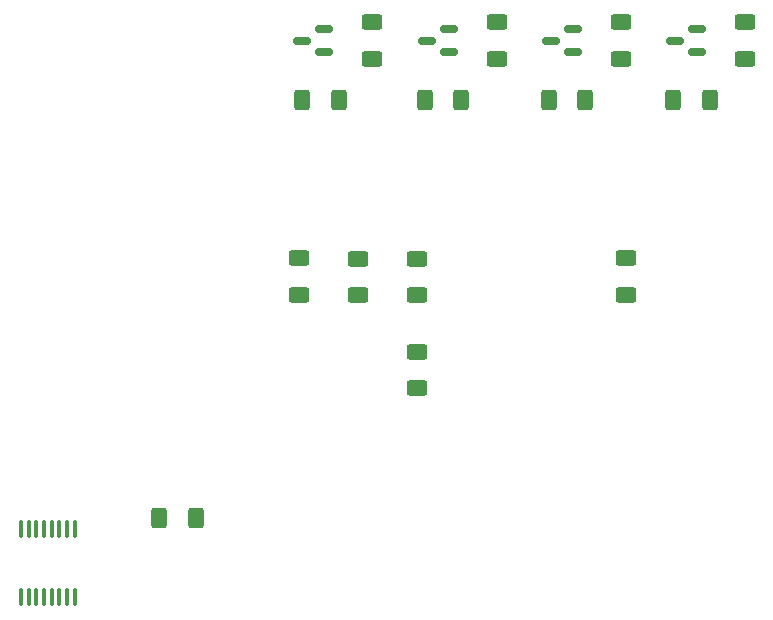
<source format=gbr>
%TF.GenerationSoftware,KiCad,Pcbnew,8.0.4*%
%TF.CreationDate,2025-01-16T17:17:22-06:00*%
%TF.ProjectId,KiCad-Pi-Pico,4b694361-642d-4506-992d-5069636f2e6b,1.0*%
%TF.SameCoordinates,Original*%
%TF.FileFunction,Paste,Top*%
%TF.FilePolarity,Positive*%
%FSLAX46Y46*%
G04 Gerber Fmt 4.6, Leading zero omitted, Abs format (unit mm)*
G04 Created by KiCad (PCBNEW 8.0.4) date 2025-01-16 17:17:22*
%MOMM*%
%LPD*%
G01*
G04 APERTURE LIST*
G04 Aperture macros list*
%AMRoundRect*
0 Rectangle with rounded corners*
0 $1 Rounding radius*
0 $2 $3 $4 $5 $6 $7 $8 $9 X,Y pos of 4 corners*
0 Add a 4 corners polygon primitive as box body*
4,1,4,$2,$3,$4,$5,$6,$7,$8,$9,$2,$3,0*
0 Add four circle primitives for the rounded corners*
1,1,$1+$1,$2,$3*
1,1,$1+$1,$4,$5*
1,1,$1+$1,$6,$7*
1,1,$1+$1,$8,$9*
0 Add four rect primitives between the rounded corners*
20,1,$1+$1,$2,$3,$4,$5,0*
20,1,$1+$1,$4,$5,$6,$7,0*
20,1,$1+$1,$6,$7,$8,$9,0*
20,1,$1+$1,$8,$9,$2,$3,0*%
G04 Aperture macros list end*
%ADD10RoundRect,0.143500X0.061500X-0.591500X0.061500X0.591500X-0.061500X0.591500X-0.061500X-0.591500X0*%
%ADD11RoundRect,0.143500X-0.061500X0.591500X-0.061500X-0.591500X0.061500X-0.591500X0.061500X0.591500X0*%
%ADD12RoundRect,0.250000X0.400000X0.625000X-0.400000X0.625000X-0.400000X-0.625000X0.400000X-0.625000X0*%
%ADD13RoundRect,0.250000X-0.625000X0.400000X-0.625000X-0.400000X0.625000X-0.400000X0.625000X0.400000X0*%
%ADD14RoundRect,0.250000X-0.400000X-0.625000X0.400000X-0.625000X0.400000X0.625000X-0.400000X0.625000X0*%
%ADD15RoundRect,0.250000X0.625000X-0.400000X0.625000X0.400000X-0.625000X0.400000X-0.625000X-0.400000X0*%
%ADD16RoundRect,0.150000X0.587500X0.150000X-0.587500X0.150000X-0.587500X-0.150000X0.587500X-0.150000X0*%
G04 APERTURE END LIST*
D10*
%TO.C,U2*%
X112725000Y-122870000D03*
X113375000Y-122870000D03*
X114025000Y-122870000D03*
X114675000Y-122870000D03*
X115325000Y-122870000D03*
X115975000Y-122870000D03*
X116625000Y-122870000D03*
X117275000Y-122870000D03*
D11*
X117275000Y-117130000D03*
X116625000Y-117130000D03*
X115975000Y-117130000D03*
X115325000Y-117130000D03*
X114675000Y-117130000D03*
X114025000Y-117130000D03*
X113375000Y-117130000D03*
X112725000Y-117130000D03*
%TD*%
D12*
%TO.C,R4*%
X171075000Y-80800000D03*
X167975000Y-80800000D03*
%TD*%
%TO.C,R5*%
X160525000Y-80800000D03*
X157425000Y-80800000D03*
%TD*%
D13*
%TO.C,R7*%
X146250000Y-102150000D03*
X146250000Y-105250000D03*
%TD*%
D14*
%TO.C,R10*%
X124450000Y-116250000D03*
X127550000Y-116250000D03*
%TD*%
D15*
%TO.C,R1*%
X174025000Y-77350000D03*
X174025000Y-74250000D03*
%TD*%
D12*
%TO.C,R8*%
X139625000Y-80800000D03*
X136525000Y-80800000D03*
%TD*%
D15*
%TO.C,R14*%
X164000000Y-97300000D03*
X164000000Y-94200000D03*
%TD*%
%TO.C,R9*%
X142475000Y-77350000D03*
X142475000Y-74250000D03*
%TD*%
%TO.C,R11*%
X136250000Y-97300000D03*
X136250000Y-94200000D03*
%TD*%
%TO.C,R2*%
X163525000Y-77350000D03*
X163525000Y-74250000D03*
%TD*%
%TO.C,R13*%
X146250000Y-97350000D03*
X146250000Y-94250000D03*
%TD*%
D16*
%TO.C,Q4*%
X138412500Y-76750000D03*
X138412500Y-74850000D03*
X136537500Y-75800000D03*
%TD*%
%TO.C,Q3*%
X148962500Y-76750000D03*
X148962500Y-74850000D03*
X147087500Y-75800000D03*
%TD*%
D15*
%TO.C,R3*%
X153025000Y-77350000D03*
X153025000Y-74250000D03*
%TD*%
D16*
%TO.C,Q1*%
X169962500Y-76750000D03*
X169962500Y-74850000D03*
X168087500Y-75800000D03*
%TD*%
D12*
%TO.C,R6*%
X150025000Y-80800000D03*
X146925000Y-80800000D03*
%TD*%
D16*
%TO.C,Q2*%
X159462500Y-76750000D03*
X159462500Y-74850000D03*
X157587500Y-75800000D03*
%TD*%
D15*
%TO.C,R12*%
X141250000Y-97350000D03*
X141250000Y-94250000D03*
%TD*%
M02*

</source>
